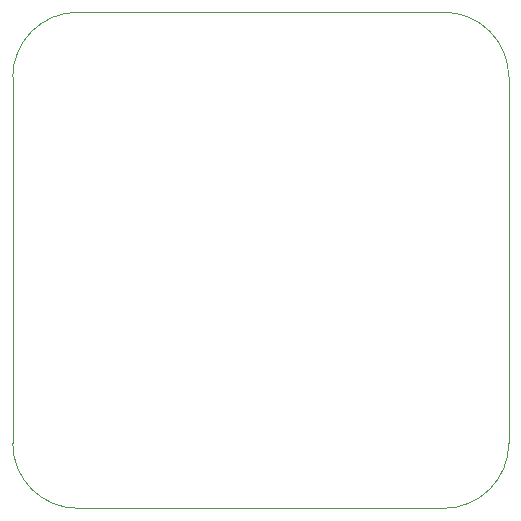
<source format=gm1>
%TF.GenerationSoftware,KiCad,Pcbnew,9.0.7*%
%TF.CreationDate,2026-01-27T18:23:45+01:00*%
%TF.ProjectId,NEMA17_FOC_Driver,4e454d41-3137-45f4-964f-435f44726976,rev?*%
%TF.SameCoordinates,Original*%
%TF.FileFunction,Profile,NP*%
%FSLAX46Y46*%
G04 Gerber Fmt 4.6, Leading zero omitted, Abs format (unit mm)*
G04 Created by KiCad (PCBNEW 9.0.7) date 2026-01-27 18:23:45*
%MOMM*%
%LPD*%
G01*
G04 APERTURE LIST*
%TA.AperFunction,Profile*%
%ADD10C,0.050000*%
%TD*%
G04 APERTURE END LIST*
D10*
X186500000Y-90000000D02*
X186500000Y-89500000D01*
X186500000Y-90000000D02*
G75*
G02*
X181000000Y-95500000I-5500000J0D01*
G01*
X186500000Y-74500000D02*
X186500000Y-59000000D01*
X150000000Y-95500000D02*
G75*
G02*
X144500000Y-90000000I0J5500000D01*
G01*
X186500000Y-89500000D02*
X186500000Y-74500000D01*
X181000000Y-53500000D02*
X150000000Y-53500000D01*
X144500000Y-59000000D02*
G75*
G02*
X150000000Y-53500000I5500000J0D01*
G01*
X144500000Y-59000000D02*
X144500000Y-89500000D01*
X181000000Y-53500000D02*
G75*
G02*
X186500000Y-59000000I0J-5500000D01*
G01*
X144500000Y-90000000D02*
X144500000Y-89500000D01*
X150000000Y-95500000D02*
X181000000Y-95500000D01*
M02*

</source>
